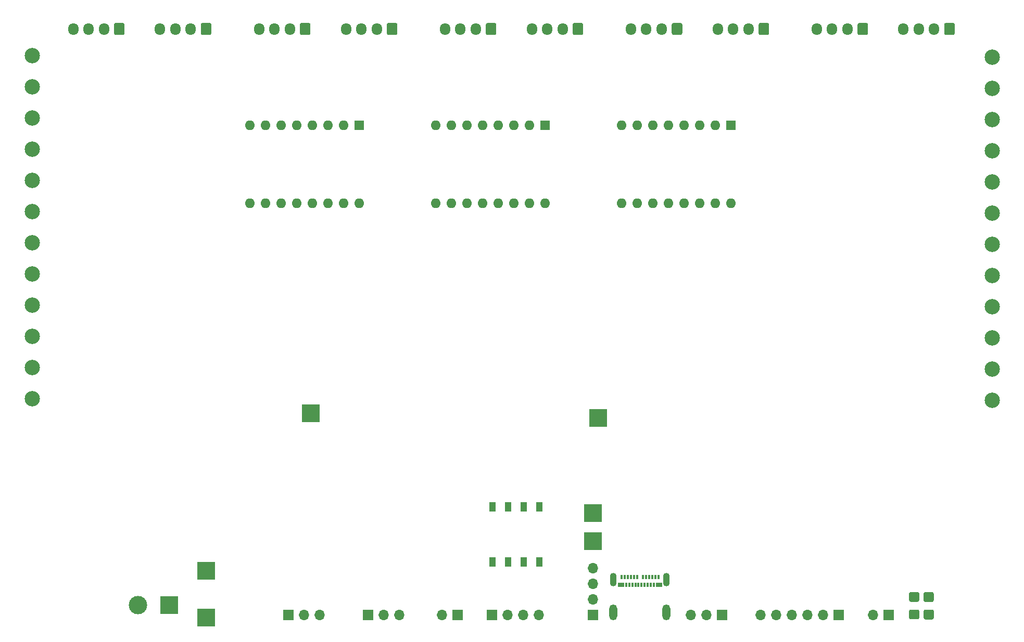
<source format=gbr>
%TF.GenerationSoftware,KiCad,Pcbnew,(5.1.9)-1*%
%TF.CreationDate,2021-08-07T22:14:23+02:00*%
%TF.ProjectId,Arm_Mainboard,41726d5f-4d61-4696-9e62-6f6172642e6b,rev?*%
%TF.SameCoordinates,Original*%
%TF.FileFunction,Soldermask,Bot*%
%TF.FilePolarity,Negative*%
%FSLAX46Y46*%
G04 Gerber Fmt 4.6, Leading zero omitted, Abs format (unit mm)*
G04 Created by KiCad (PCBNEW (5.1.9)-1) date 2021-08-07 22:14:23*
%MOMM*%
%LPD*%
G01*
G04 APERTURE LIST*
%ADD10O,1.600000X1.600000*%
%ADD11R,1.600000X1.600000*%
%ADD12R,0.300000X0.700000*%
%ADD13R,1.000000X0.700000*%
%ADD14O,1.100000X2.200000*%
%ADD15O,1.300000X2.600000*%
%ADD16O,1.700000X1.700000*%
%ADD17R,1.700000X1.700000*%
%ADD18R,3.000000X3.000000*%
%ADD19C,3.000000*%
%ADD20O,1.700000X1.950000*%
%ADD21C,2.500000*%
%ADD22R,1.100000X1.500000*%
G04 APERTURE END LIST*
D10*
%TO.C,A3*%
X185443328Y-80720000D03*
X167663328Y-68020000D03*
X182903328Y-80720000D03*
X170203328Y-68020000D03*
X180363328Y-80720000D03*
X172743328Y-68020000D03*
X177823328Y-80720000D03*
X175283328Y-68020000D03*
X175283328Y-80720000D03*
X177823328Y-68020000D03*
X172743328Y-80720000D03*
X180363328Y-68020000D03*
X170203328Y-80720000D03*
X182903328Y-68020000D03*
X167663328Y-80720000D03*
D11*
X185443328Y-68020000D03*
%TD*%
%TO.C,A1*%
X124967776Y-68020000D03*
D10*
X107187776Y-80720000D03*
X122427776Y-68020000D03*
X109727776Y-80720000D03*
X119887776Y-68020000D03*
X112267776Y-80720000D03*
X117347776Y-68020000D03*
X114807776Y-80720000D03*
X114807776Y-68020000D03*
X117347776Y-80720000D03*
X112267776Y-68020000D03*
X119887776Y-80720000D03*
X109727776Y-68020000D03*
X122427776Y-80720000D03*
X107187776Y-68020000D03*
X124967776Y-80720000D03*
%TD*%
%TO.C,A2*%
X155205552Y-80720000D03*
X137425552Y-68020000D03*
X152665552Y-80720000D03*
X139965552Y-68020000D03*
X150125552Y-80720000D03*
X142505552Y-68020000D03*
X147585552Y-80720000D03*
X145045552Y-68020000D03*
X145045552Y-80720000D03*
X147585552Y-68020000D03*
X142505552Y-80720000D03*
X150125552Y-68020000D03*
X139965552Y-80720000D03*
X152665552Y-68020000D03*
X137425552Y-80720000D03*
D11*
X155205552Y-68020000D03*
%TD*%
D12*
%TO.C,USB *%
X173626672Y-141630000D03*
X173126672Y-141630000D03*
X172626672Y-141630000D03*
X172126672Y-141630000D03*
X171626672Y-141630000D03*
X171126672Y-141630000D03*
X170126672Y-141630000D03*
X169626672Y-141630000D03*
X169126672Y-141630000D03*
X168626672Y-141630000D03*
X168126672Y-141630000D03*
X167626672Y-141630000D03*
D13*
X167526672Y-142930000D03*
D12*
X168376672Y-142930000D03*
X168876672Y-142930000D03*
X169376672Y-142930000D03*
X169876672Y-142930000D03*
X170376672Y-142930000D03*
X170876672Y-142930000D03*
X171376672Y-142930000D03*
X171876672Y-142930000D03*
X172376672Y-142930000D03*
X172876672Y-142930000D03*
D13*
X173726672Y-142930000D03*
D14*
X174946672Y-142040000D03*
X166306672Y-142040000D03*
D15*
X174946672Y-147400000D03*
X166306672Y-147400000D03*
%TD*%
D16*
%TO.C,RST*%
X208540000Y-147795000D03*
D17*
X211080000Y-147795000D03*
%TD*%
%TO.C,J7*%
X140970000Y-147800000D03*
D16*
X138430000Y-147800000D03*
%TD*%
D18*
%TO.C,J8*%
X94030000Y-146210000D03*
D19*
X88950000Y-146210000D03*
%TD*%
D16*
%TO.C,J9*%
X131510000Y-147800000D03*
X128970000Y-147800000D03*
D17*
X126430000Y-147800000D03*
%TD*%
%TO.C,J10*%
X113440000Y-147800000D03*
D16*
X115980000Y-147800000D03*
X118520000Y-147800000D03*
%TD*%
%TO.C,J14*%
G36*
G01*
X117017776Y-51635000D02*
X117017776Y-53085000D01*
G75*
G02*
X116767776Y-53335000I-250000J0D01*
G01*
X115567776Y-53335000D01*
G75*
G02*
X115317776Y-53085000I0J250000D01*
G01*
X115317776Y-51635000D01*
G75*
G02*
X115567776Y-51385000I250000J0D01*
G01*
X116767776Y-51385000D01*
G75*
G02*
X117017776Y-51635000I0J-250000D01*
G01*
G37*
D20*
X113667776Y-52360000D03*
X111167776Y-52360000D03*
X108667776Y-52360000D03*
%TD*%
%TO.C,J16*%
X199350000Y-52360000D03*
X201850000Y-52360000D03*
X204350000Y-52360000D03*
G36*
G01*
X207700000Y-51635000D02*
X207700000Y-53085000D01*
G75*
G02*
X207450000Y-53335000I-250000J0D01*
G01*
X206250000Y-53335000D01*
G75*
G02*
X206000000Y-53085000I0J250000D01*
G01*
X206000000Y-51635000D01*
G75*
G02*
X206250000Y-51385000I250000J0D01*
G01*
X207450000Y-51385000D01*
G75*
G02*
X207700000Y-51635000I0J-250000D01*
G01*
G37*
%TD*%
%TO.C,AXIS1*%
G36*
G01*
X86780000Y-51635000D02*
X86780000Y-53085000D01*
G75*
G02*
X86530000Y-53335000I-250000J0D01*
G01*
X85330000Y-53335000D01*
G75*
G02*
X85080000Y-53085000I0J250000D01*
G01*
X85080000Y-51635000D01*
G75*
G02*
X85330000Y-51385000I250000J0D01*
G01*
X86530000Y-51385000D01*
G75*
G02*
X86780000Y-51635000I0J-250000D01*
G01*
G37*
X83430000Y-52360000D03*
X80930000Y-52360000D03*
X78430000Y-52360000D03*
%TD*%
D21*
%TO.C,J19*%
X227890000Y-112869999D03*
X227890000Y-107789999D03*
X227890000Y-102709999D03*
X227890000Y-97629999D03*
X227890000Y-92549999D03*
X227890000Y-87469999D03*
X227890000Y-82389999D03*
X227890000Y-77309999D03*
X227890000Y-72229999D03*
X227890000Y-67149999D03*
X227890000Y-62069999D03*
X227890000Y-56989999D03*
%TD*%
%TO.C,J20*%
X71750000Y-112550000D03*
X71750000Y-107470000D03*
X71750000Y-102390000D03*
X71750000Y-97310000D03*
X71750000Y-92230000D03*
X71750000Y-87150000D03*
X71750000Y-82070000D03*
X71750000Y-76990000D03*
X71750000Y-71910000D03*
X71750000Y-66830000D03*
X71750000Y-61750000D03*
X71750000Y-56670000D03*
%TD*%
%TO.C,J22*%
G36*
G01*
X147255552Y-51635000D02*
X147255552Y-53085000D01*
G75*
G02*
X147005552Y-53335000I-250000J0D01*
G01*
X145805552Y-53335000D01*
G75*
G02*
X145555552Y-53085000I0J250000D01*
G01*
X145555552Y-51635000D01*
G75*
G02*
X145805552Y-51385000I250000J0D01*
G01*
X147005552Y-51385000D01*
G75*
G02*
X147255552Y-51635000I0J-250000D01*
G01*
G37*
D20*
X143905552Y-52360000D03*
X141405552Y-52360000D03*
X138905552Y-52360000D03*
%TD*%
%TO.C,J26*%
G36*
G01*
X177493328Y-51635000D02*
X177493328Y-53085000D01*
G75*
G02*
X177243328Y-53335000I-250000J0D01*
G01*
X176043328Y-53335000D01*
G75*
G02*
X175793328Y-53085000I0J250000D01*
G01*
X175793328Y-51635000D01*
G75*
G02*
X176043328Y-51385000I250000J0D01*
G01*
X177243328Y-51385000D01*
G75*
G02*
X177493328Y-51635000I0J-250000D01*
G01*
G37*
X174143328Y-52360000D03*
X171643328Y-52360000D03*
X169143328Y-52360000D03*
%TD*%
%TO.C,J27*%
X92548888Y-52360000D03*
X95048888Y-52360000D03*
X97548888Y-52360000D03*
G36*
G01*
X100898888Y-51635000D02*
X100898888Y-53085000D01*
G75*
G02*
X100648888Y-53335000I-250000J0D01*
G01*
X99448888Y-53335000D01*
G75*
G02*
X99198888Y-53085000I0J250000D01*
G01*
X99198888Y-51635000D01*
G75*
G02*
X99448888Y-51385000I250000J0D01*
G01*
X100648888Y-51385000D01*
G75*
G02*
X100898888Y-51635000I0J-250000D01*
G01*
G37*
%TD*%
%TO.C,J28*%
G36*
G01*
X221800000Y-51635000D02*
X221800000Y-53085000D01*
G75*
G02*
X221550000Y-53335000I-250000J0D01*
G01*
X220350000Y-53335000D01*
G75*
G02*
X220100000Y-53085000I0J250000D01*
G01*
X220100000Y-51635000D01*
G75*
G02*
X220350000Y-51385000I250000J0D01*
G01*
X221550000Y-51385000D01*
G75*
G02*
X221800000Y-51635000I0J-250000D01*
G01*
G37*
X218450000Y-52360000D03*
X215950000Y-52360000D03*
X213450000Y-52360000D03*
%TD*%
%TO.C,J29*%
X122810000Y-52360000D03*
X125310000Y-52360000D03*
X127810000Y-52360000D03*
G36*
G01*
X131160000Y-51635000D02*
X131160000Y-53085000D01*
G75*
G02*
X130910000Y-53335000I-250000J0D01*
G01*
X129710000Y-53335000D01*
G75*
G02*
X129460000Y-53085000I0J250000D01*
G01*
X129460000Y-51635000D01*
G75*
G02*
X129710000Y-51385000I250000J0D01*
G01*
X130910000Y-51385000D01*
G75*
G02*
X131160000Y-51635000I0J-250000D01*
G01*
G37*
%TD*%
%TO.C,J30*%
X153024440Y-52360000D03*
X155524440Y-52360000D03*
X158024440Y-52360000D03*
G36*
G01*
X161374440Y-51635000D02*
X161374440Y-53085000D01*
G75*
G02*
X161124440Y-53335000I-250000J0D01*
G01*
X159924440Y-53335000D01*
G75*
G02*
X159674440Y-53085000I0J250000D01*
G01*
X159674440Y-51635000D01*
G75*
G02*
X159924440Y-51385000I250000J0D01*
G01*
X161124440Y-51385000D01*
G75*
G02*
X161374440Y-51635000I0J-250000D01*
G01*
G37*
%TD*%
%TO.C,J31*%
X183262216Y-52360000D03*
X185762216Y-52360000D03*
X188262216Y-52360000D03*
G36*
G01*
X191612216Y-51635000D02*
X191612216Y-53085000D01*
G75*
G02*
X191362216Y-53335000I-250000J0D01*
G01*
X190162216Y-53335000D01*
G75*
G02*
X189912216Y-53085000I0J250000D01*
G01*
X189912216Y-51635000D01*
G75*
G02*
X190162216Y-51385000I250000J0D01*
G01*
X191362216Y-51385000D01*
G75*
G02*
X191612216Y-51635000I0J-250000D01*
G01*
G37*
%TD*%
D18*
%TO.C,D-*%
X162970000Y-135790000D03*
%TD*%
%TO.C,D+*%
X162970000Y-131210000D03*
%TD*%
%TO.C,GND*%
X100080000Y-148215001D03*
%TD*%
%TO.C,12V*%
X100080000Y-140590000D03*
%TD*%
%TO.C,3.3V*%
X163780000Y-115700000D03*
%TD*%
%TO.C,5V*%
X117080000Y-114990000D03*
%TD*%
D17*
%TO.C,J2*%
X146570000Y-147800000D03*
D16*
X149110000Y-147800000D03*
X151650000Y-147800000D03*
X154190000Y-147800000D03*
%TD*%
%TO.C,J4*%
X162970000Y-140180000D03*
X162970000Y-142720000D03*
X162970000Y-145260000D03*
D17*
X162970000Y-147800000D03*
%TD*%
%TO.C,MCP2200_GPIO*%
X202890000Y-147795000D03*
D16*
X200350000Y-147795000D03*
X197810000Y-147795000D03*
X195270000Y-147795000D03*
X192730000Y-147795000D03*
X190190000Y-147795000D03*
%TD*%
D17*
%TO.C,J6*%
X183980000Y-147795000D03*
D16*
X181440000Y-147795000D03*
X178900000Y-147795000D03*
%TD*%
D22*
%TO.C,S4*%
X146610000Y-130230000D03*
X146610000Y-139130000D03*
X149150000Y-130230000D03*
X149150000Y-139130000D03*
X151690000Y-130230000D03*
X151690000Y-139130000D03*
X154230000Y-130230000D03*
X154230000Y-139130000D03*
%TD*%
%TO.C,RX*%
G36*
G01*
X216995000Y-144075000D02*
X218145000Y-144075000D01*
G75*
G02*
X218395000Y-144325000I0J-250000D01*
G01*
X218395000Y-145425000D01*
G75*
G02*
X218145000Y-145675000I-250000J0D01*
G01*
X216995000Y-145675000D01*
G75*
G02*
X216745000Y-145425000I0J250000D01*
G01*
X216745000Y-144325000D01*
G75*
G02*
X216995000Y-144075000I250000J0D01*
G01*
G37*
G36*
G01*
X216995000Y-146925000D02*
X218145000Y-146925000D01*
G75*
G02*
X218395000Y-147175000I0J-250000D01*
G01*
X218395000Y-148275000D01*
G75*
G02*
X218145000Y-148525000I-250000J0D01*
G01*
X216995000Y-148525000D01*
G75*
G02*
X216745000Y-148275000I0J250000D01*
G01*
X216745000Y-147175000D01*
G75*
G02*
X216995000Y-146925000I250000J0D01*
G01*
G37*
%TD*%
%TO.C,TX*%
G36*
G01*
X214635000Y-146915000D02*
X215785000Y-146915000D01*
G75*
G02*
X216035000Y-147165000I0J-250000D01*
G01*
X216035000Y-148265000D01*
G75*
G02*
X215785000Y-148515000I-250000J0D01*
G01*
X214635000Y-148515000D01*
G75*
G02*
X214385000Y-148265000I0J250000D01*
G01*
X214385000Y-147165000D01*
G75*
G02*
X214635000Y-146915000I250000J0D01*
G01*
G37*
G36*
G01*
X214635000Y-144065000D02*
X215785000Y-144065000D01*
G75*
G02*
X216035000Y-144315000I0J-250000D01*
G01*
X216035000Y-145415000D01*
G75*
G02*
X215785000Y-145665000I-250000J0D01*
G01*
X214635000Y-145665000D01*
G75*
G02*
X214385000Y-145415000I0J250000D01*
G01*
X214385000Y-144315000D01*
G75*
G02*
X214635000Y-144065000I250000J0D01*
G01*
G37*
%TD*%
M02*

</source>
